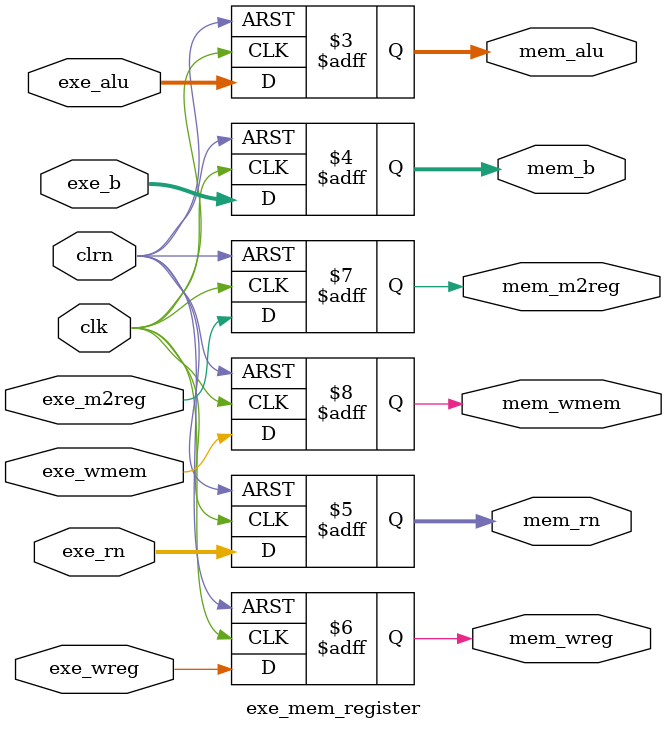
<source format=v>
`timescale 1ns / 1ps
module exe_mem_register(clk,clrn,
                        exe_wreg,exe_m2reg,exe_wmem,exe_alu,exe_b,exe_rn,
                        mem_wreg,mem_m2reg,mem_wmem,mem_alu,mem_b,mem_rn
                       );
input [31:0] exe_alu,exe_b;		//
input [4:0] exe_rn;
input exe_wreg,exe_m2reg,exe_wmem;
input clk,clrn;
output  [31:0] mem_alu,mem_b;
reg  [31:0] mem_alu,mem_b;
output [4:0] mem_rn;
reg  [4:0] mem_rn;
output mem_wreg,mem_m2reg,mem_wmem;		//mem
reg mem_wreg,mem_m2reg,mem_wmem;

//////////////////////////////////////////////////////////////////////////////

always @(posedge clk or negedge clrn)
    if(clrn == 0) begin
        mem_alu <=32'b0;
        mem_b <=32'b0;
        mem_rn <= 5'b0;
        mem_wreg <= 0;
        mem_m2reg <=0;
        mem_wmem <=0;

    end
    else begin
        mem_alu <=exe_alu;
        mem_b <=exe_b;
        mem_rn <=exe_rn;
        mem_wreg <=exe_wreg;
        mem_m2reg <=exe_m2reg;
        mem_wmem <=exe_wmem;
    end

endmodule

</source>
